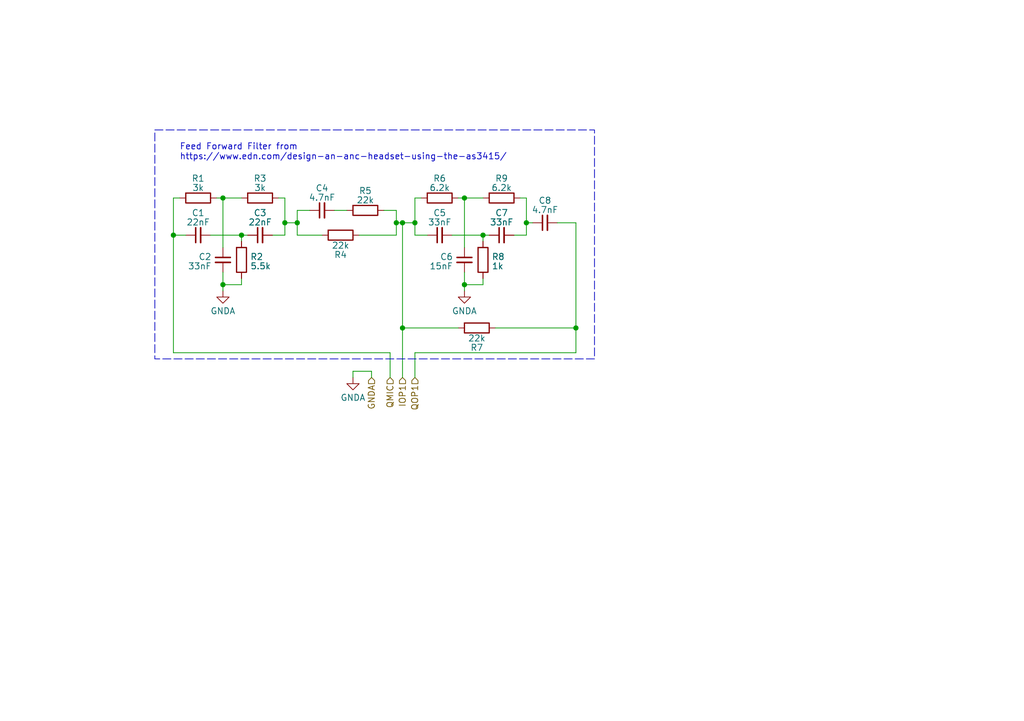
<source format=kicad_sch>
(kicad_sch (version 20230121) (generator eeschema)
  (paper "A5")
  (title_block (title "ANC Feed Forward Filter") (date "2023-05-21") (rev "v1.0") (comment 1 "Alexander Mills"))
  (lib_symbols
    (symbol "Device:C_Small" (pin_numbers hide) (pin_names (offset 0.254) hide)
      (property "Reference" "C" (at 0.254 1.778 0))
      (property "Value" "C_Small" (at 0.254 -2.032 0))
      (symbol "C_Small_0_1"
        (polyline (pts (xy -1.524 -0.508) (xy 1.524 -0.508)) (stroke (width 0.3302)))
        (polyline (pts (xy -1.524 0.508) (xy 1.524 0.508)) (stroke (width 0.3048)))
      )
      (symbol "C_Small_1_1"
        (pin passive line (at 0 2.54 270) (length 2.032) (name "~") (number "1"))
        (pin passive line (at 0 -2.54 90) (length 2.032) (name "~") (number "2"))
      )
    )
    (symbol "Device:R" (pin_numbers hide) (pin_names (offset 0))
      (property "Reference" "R" (at 2.032 0 90))
      (property "Value" "R" (at 0 0 90))
      (symbol "R_0_1"
        (rectangle (start -1.016 -2.54) (end 1.016 2.54) (stroke (width 0.254)))
      )
      (symbol "R_1_1"
        (pin passive line (at 0 3.81 270) (length 1.27) (name "~") (number "1"))
        (pin passive line (at 0 -3.81 90) (length 1.27) (name "~") (number "2"))
      )
    )
    (symbol "power:GNDA" (power) (pin_names (offset 0))
      (property "Value" "GNDA" (at 0 -3.81 0))
      (symbol "GNDA_0_1"
        (polyline (pts (xy 0 0) (xy 0 -1.27) (xy 1.27 -1.27) (xy 0 -2.54) (xy -1.27 -1.27) (xy 0 -1.27)))
      )
      (symbol "GNDA_1_1"
        (pin power_in line (at 0 0 270) (length 0) hide (name "GNDA") (number "1"))
      )
    )
  )
  (junction (at 95.25 40.64))
  (junction (at 60.96 45.72))
  (junction (at 49.53 48.26))
  (junction (at 35.56 48.26))
  (junction (at 107.95 45.72))
  (junction (at 99.06 48.26))
  (junction (at 45.72 58.42))
  (junction (at 118.11 67.31))
  (junction (at 85.09 45.72))
  (junction (at 95.25 58.42))
  (junction (at 58.42 45.72))
  (junction (at 45.72 40.64))
  (junction (at 81.28 45.72))
  (junction (at 82.55 45.72))
  (junction (at 82.55 67.31))
  (wire (pts (xy 101.6 67.31) (xy 118.11 67.31)))
  (wire (pts (xy 107.95 45.72) (xy 107.95 40.64)))
  (wire (pts (xy 55.88 48.26) (xy 58.42 48.26)))
  (wire (pts (xy 99.06 58.42) (xy 99.06 57.15)))
  (wire (pts (xy 81.28 43.18) (xy 81.28 45.72)))
  (wire (pts (xy 118.11 45.72) (xy 114.3 45.72)))
  (wire (pts (xy 85.09 40.64) (xy 85.09 45.72)))
  (wire (pts (xy 58.42 45.72) (xy 58.42 40.64)))
  (wire (pts (xy 80.01 72.39) (xy 80.01 77.47)))
  (wire (pts (xy 92.71 48.26) (xy 99.06 48.26)))
  (wire (pts (xy 95.25 59.69) (xy 95.25 58.42)))
  (wire (pts (xy 95.25 58.42) (xy 99.06 58.42)))
  (wire (pts (xy 118.11 67.31) (xy 118.11 45.72)))
  (wire (pts (xy 35.56 48.26) (xy 35.56 72.39)))
  (wire (pts (xy 35.56 40.64) (xy 35.56 48.26)))
  (wire (pts (xy 85.09 72.39) (xy 118.11 72.39)))
  (wire (pts (xy 49.53 58.42) (xy 49.53 57.15)))
  (wire (pts (xy 72.39 76.2) (xy 76.2 76.2)))
  (wire (pts (xy 45.72 59.69) (xy 45.72 58.42)))
  (wire (pts (xy 85.09 45.72) (xy 85.09 48.26)))
  (wire (pts (xy 45.72 40.64) (xy 45.72 50.8)))
  (wire (pts (xy 72.39 77.47) (xy 72.39 76.2)))
  (wire (pts (xy 99.06 49.53) (xy 99.06 48.26)))
  (wire (pts (xy 49.53 48.26) (xy 50.8 48.26)))
  (wire (pts (xy 35.56 72.39) (xy 80.01 72.39)))
  (wire (pts (xy 45.72 40.64) (xy 49.53 40.64)))
  (wire (pts (xy 45.72 55.88) (xy 45.72 58.42)))
  (wire (pts (xy 58.42 40.64) (xy 57.15 40.64)))
  (wire (pts (xy 36.83 40.64) (xy 35.56 40.64)))
  (wire (pts (xy 76.2 76.2) (xy 76.2 77.47)))
  (wire (pts (xy 78.74 43.18) (xy 81.28 43.18)))
  (wire (pts (xy 93.98 40.64) (xy 95.25 40.64)))
  (wire (pts (xy 45.72 58.42) (xy 49.53 58.42)))
  (wire (pts (xy 95.25 40.64) (xy 99.06 40.64)))
  (wire (pts (xy 58.42 48.26) (xy 58.42 45.72)))
  (wire (pts (xy 73.66 48.26) (xy 81.28 48.26)))
  (wire (pts (xy 81.28 45.72) (xy 82.55 45.72)))
  (wire (pts (xy 107.95 45.72) (xy 109.22 45.72)))
  (wire (pts (xy 99.06 48.26) (xy 100.33 48.26)))
  (wire (pts (xy 58.42 45.72) (xy 60.96 45.72)))
  (wire (pts (xy 44.45 40.64) (xy 45.72 40.64)))
  (wire (pts (xy 60.96 43.18) (xy 60.96 45.72)))
  (wire (pts (xy 107.95 48.26) (xy 107.95 45.72)))
  (wire (pts (xy 85.09 48.26) (xy 87.63 48.26)))
  (wire (pts (xy 60.96 45.72) (xy 60.96 48.26)))
  (wire (pts (xy 43.18 48.26) (xy 49.53 48.26)))
  (wire (pts (xy 86.36 40.64) (xy 85.09 40.64)))
  (wire (pts (xy 60.96 48.26) (xy 66.04 48.26)))
  (wire (pts (xy 81.28 45.72) (xy 81.28 48.26)))
  (wire (pts (xy 82.55 67.31) (xy 82.55 77.47)))
  (wire (pts (xy 93.98 67.31) (xy 82.55 67.31)))
  (wire (pts (xy 63.5 43.18) (xy 60.96 43.18)))
  (wire (pts (xy 82.55 45.72) (xy 85.09 45.72)))
  (wire (pts (xy 107.95 40.64) (xy 106.68 40.64)))
  (wire (pts (xy 118.11 72.39) (xy 118.11 67.31)))
  (wire (pts (xy 49.53 49.53) (xy 49.53 48.26)))
  (wire (pts (xy 35.56 48.26) (xy 38.1 48.26)))
  (wire (pts (xy 85.09 72.39) (xy 85.09 77.47)))
  (wire (pts (xy 95.25 40.64) (xy 95.25 50.8)))
  (wire (pts (xy 68.58 43.18) (xy 71.12 43.18)))
  (wire (pts (xy 105.41 48.26) (xy 107.95 48.26)))
  (wire (pts (xy 82.55 67.31) (xy 82.55 45.72)))
  (wire (pts (xy 95.25 55.88) (xy 95.25 58.42)))
  (rectangle (start 31.75 26.67) (end 121.92 73.66) (stroke (width 0) (type dash)))
  (text "Feed Forward Filter from \nhttps://www.edn.com/design-an-anc-headset-using-the-as3415/" (at 36.83 33.02 0) (effects (font (size 1.27 1.27)) (justify left bottom)))
  (hierarchical_label "QOP1" (shape input) (at 85.09 77.47 270))
  (hierarchical_label "GNDA" (shape input) (at 76.2 77.47 270))
  (hierarchical_label "IOP1" (shape input) (at 82.55 77.47 270))
  (hierarchical_label "QMIC" (shape input) (at 80.01 77.47 270))
  (symbol (lib_id "Device:C_Small") (at 66.04 43.18 90) (unit 1)
    (property "Reference" "C4" (at 66.0463 38.608 90))
    (property "Value" "4.7nF" (at 66.0463 40.529 90))
    (property "Footprint" "Capacitor_SMD:C_0402_1005Metric_Pad0.74x0.62mm_HandSolder" (effects hide))
  )
  (symbol (lib_id "Device:R") (at 90.17 40.64 90) (unit 1)
    (property "Reference" "R6" (at 90.17 36.6141 90))
    (property "Value" "6.2k" (at 90.17 38.5351 90))
    (property "Footprint" "Resistor_SMD:R_0402_1005Metric_Pad0.72x0.64mm_HandSolder" (effects hide))
  )
  (symbol (lib_id "Device:C_Small") (at 95.25 53.34 0) (mirror y) (unit 1)
    (property "Reference" "C6" (at 92.9259 52.7026 0) (effects (justify left)))
    (property "Value" "15nF" (at 92.9259 54.6236 0) (effects (justify left)))
    (property "Footprint" "Capacitor_SMD:C_0402_1005Metric_Pad0.74x0.62mm_HandSolder" (effects hide))
  )
  (symbol (lib_id "Device:R") (at 69.85 48.26 270) (mirror x) (unit 1)
    (property "Reference" "R4" (at 69.85 52.2859 90))
    (property "Value" "22k" (at 69.85 50.3649 90))
    (property "Footprint" "Resistor_SMD:R_0402_1005Metric_Pad0.72x0.64mm_HandSolder" (effects hide))
  )
  (symbol (lib_id "Device:C_Small") (at 102.87 48.26 90) (unit 1)
    (property "Reference" "C7" (at 102.8763 43.688 90))
    (property "Value" "33nF" (at 102.8763 45.609 90))
    (property "Footprint" "Capacitor_SMD:C_0402_1005Metric_Pad0.74x0.62mm_HandSolder" (effects hide))
  )
  (symbol (lib_id "Device:R") (at 99.06 53.34 0) (unit 1)
    (property "Reference" "R8" (at 100.838 52.6963 0) (effects (justify left)))
    (property "Value" "1k" (at 100.838 54.6173 0) (effects (justify left)))
    (property "Footprint" "Resistor_SMD:R_0402_1005Metric_Pad0.72x0.64mm_HandSolder" (effects hide))
  )
  (symbol (lib_id "Device:C_Small") (at 53.34 48.26 90) (unit 1)
    (property "Reference" "C3" (at 53.3463 43.688 90))
    (property "Value" "22nF" (at 53.3463 45.609 90))
    (property "Footprint" "Capacitor_SMD:C_0402_1005Metric_Pad0.74x0.62mm_HandSolder" (effects hide))
  )
  (symbol (lib_id "Device:R") (at 53.34 40.64 90) (unit 1)
    (property "Reference" "R3" (at 53.34 36.6141 90))
    (property "Value" "3k" (at 53.34 38.5351 90))
    (property "Footprint" "Resistor_SMD:R_0402_1005Metric_Pad0.72x0.64mm_HandSolder" (effects hide))
  )
  (symbol (lib_id "Device:C_Small") (at 45.72 53.34 0) (mirror y) (unit 1)
    (property "Reference" "C2" (at 43.3959 52.7026 0) (effects (justify left)))
    (property "Value" "33nF" (at 43.3959 54.6236 0) (effects (justify left)))
    (property "Footprint" "Capacitor_SMD:C_0402_1005Metric_Pad0.74x0.62mm_HandSolder" (effects hide))
  )
  (symbol (lib_id "Device:R") (at 40.64 40.64 90) (unit 1)
    (property "Reference" "R1" (at 40.64 36.6141 90))
    (property "Value" "3k" (at 40.64 38.5351 90))
    (property "Footprint" "Resistor_SMD:R_0402_1005Metric_Pad0.72x0.64mm_HandSolder" (effects hide))
  )
  (symbol (lib_id "Device:R") (at 74.93 43.18 90) (unit 1)
    (property "Reference" "R5" (at 74.93 39.1541 90))
    (property "Value" "22k" (at 74.93 41.0751 90))
    (property "Footprint" "Resistor_SMD:R_0402_1005Metric_Pad0.72x0.64mm_HandSolder" (effects hide))
  )
  (symbol (lib_id "power:GNDA") (at 95.25 59.69 0) (unit 1)
    (property "Reference" "#PWR02" (effects hide))
    (property "Value" "GNDA" (at 95.25 63.8255 0))
  )
  (symbol (lib_id "power:GNDA") (at 45.72 59.69 0) (unit 1)
    (property "Reference" "#PWR01" (effects hide))
    (property "Value" "GNDA" (at 45.72 63.8255 0))
  )
  (symbol (lib_id "Device:R") (at 97.79 67.31 270) (mirror x) (unit 1)
    (property "Reference" "R7" (at 97.79 71.3359 90))
    (property "Value" "22k" (at 97.79 69.4149 90))
    (property "Footprint" "Resistor_SMD:R_0402_1005Metric_Pad0.72x0.64mm_HandSolder" (effects hide))
  )
  (symbol (lib_id "Device:C_Small") (at 111.76 45.72 90) (unit 1)
    (property "Reference" "C8" (at 111.7663 41.148 90))
    (property "Value" "4.7nF" (at 111.7663 43.069 90))
    (property "Footprint" "Capacitor_SMD:C_0402_1005Metric_Pad0.74x0.62mm_HandSolder" (effects hide))
  )
  (symbol (lib_id "Device:R") (at 102.87 40.64 90) (unit 1)
    (property "Reference" "R9" (at 102.87 36.6141 90))
    (property "Value" "6.2k" (at 102.87 38.5351 90))
    (property "Footprint" "Resistor_SMD:R_0402_1005Metric_Pad0.72x0.64mm_HandSolder" (effects hide))
  )
  (symbol (lib_id "power:GNDA") (at 72.39 77.47 0) (unit 1)
    (property "Reference" "#PWR03" (effects hide))
    (property "Value" "GNDA" (at 72.39 81.6055 0))
  )
  (symbol (lib_id "Device:R") (at 49.53 53.34 0) (unit 1)
    (property "Reference" "R2" (at 51.308 52.6963 0) (effects (justify left)))
    (property "Value" "5.5k" (at 51.308 54.6173 0) (effects (justify left)))
    (property "Footprint" "Resistor_SMD:R_0402_1005Metric_Pad0.72x0.64mm_HandSolder" (effects hide))
  )
  (symbol (lib_id "Device:C_Small") (at 90.17 48.26 90) (unit 1)
    (property "Reference" "C5" (at 90.1763 43.688 90))
    (property "Value" "33nF" (at 90.1763 45.609 90))
    (property "Footprint" "Capacitor_SMD:C_0402_1005Metric_Pad0.74x0.62mm_HandSolder" (effects hide))
  )
  (symbol (lib_id "Device:C_Small") (at 40.64 48.26 90) (unit 1)
    (property "Reference" "C1" (at 40.6463 43.688 90))
    (property "Value" "22nF" (at 40.6463 45.609 90))
    (property "Footprint" "Capacitor_SMD:C_0402_1005Metric_Pad0.74x0.62mm_HandSolder" (effects hide))
  )
)
</source>
